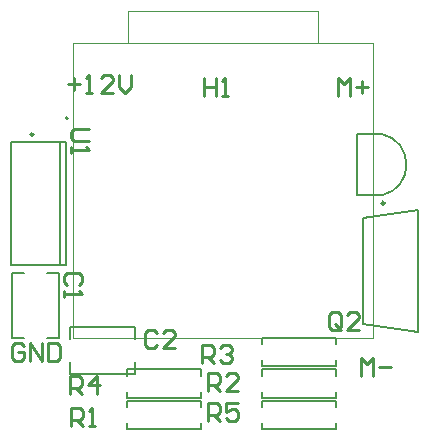
<source format=gto>
G04*
G04 #@! TF.GenerationSoftware,Altium Limited,Altium Designer,25.8.1 (18)*
G04*
G04 Layer_Color=65535*
%FSLAX44Y44*%
%MOMM*%
G71*
G04*
G04 #@! TF.SameCoordinates,591AE639-5F93-457D-9E92-AC6843792E89*
G04*
G04*
G04 #@! TF.FilePolarity,Positive*
G04*
G01*
G75*
%ADD10C,0.2500*%
%ADD11C,0.2000*%
%ADD12C,0.1000*%
%ADD13C,0.2540*%
D10*
X318775Y193390D02*
G03*
X318775Y193390I-1250J0D01*
G01*
X21400Y251640D02*
G03*
X21400Y251640I-1250J0D01*
G01*
D11*
X49610Y264430D02*
G03*
X49610Y266430I0J1000D01*
G01*
D02*
G03*
X49610Y264430I0J-1000D01*
G01*
X316220Y200060D02*
G03*
X316220Y252060I-5618J26000D01*
G01*
X300175Y90890D02*
X347175Y84090D01*
X300175Y180890D02*
X347175Y187690D01*
X300175Y90890D02*
Y180890D01*
X347175Y84090D02*
Y187690D01*
X295270Y252060D02*
X316220D01*
X295270Y200060D02*
X316220D01*
X295270D02*
Y252060D01*
X2750Y245140D02*
X48750D01*
X2750Y141140D02*
X48750D01*
X2750D02*
Y245140D01*
X48750Y141140D02*
Y245140D01*
X43750Y141140D02*
Y245140D01*
X214880Y1970D02*
Y7230D01*
X277880Y20710D02*
Y25970D01*
X214880Y20710D02*
Y25970D01*
X277880Y1970D02*
Y7230D01*
X214880Y1970D02*
X277880D01*
X214880Y25970D02*
X277880D01*
X52510Y88580D02*
X107510D01*
Y48580D02*
Y58830D01*
Y78330D02*
Y88580D01*
X52510Y48580D02*
X107510D01*
X52510D02*
Y58830D01*
Y78330D02*
Y88580D01*
X42860Y79180D02*
Y134180D01*
X2860Y79180D02*
X13110D01*
X32610D02*
X42860D01*
X2860D02*
Y134180D01*
X13110D01*
X32610D02*
X42860D01*
X277880Y74050D02*
Y79310D01*
X214880Y55310D02*
Y60570D01*
X277880Y55310D02*
Y60570D01*
X214880Y74050D02*
Y79310D01*
X277880D01*
X214880Y55310D02*
X277880D01*
X100580Y52640D02*
X163580D01*
X100580Y28640D02*
X163580D01*
Y33900D01*
X100580Y47380D02*
Y52640D01*
X163580Y47380D02*
Y52640D01*
X100580Y28640D02*
Y33900D01*
X214880Y52640D02*
X277880D01*
X214880Y28640D02*
X277880D01*
Y33900D01*
X214880Y47380D02*
Y52640D01*
X277880Y47380D02*
Y52640D01*
X214880Y28640D02*
Y33900D01*
X100580Y1970D02*
X163580D01*
X100580Y25970D02*
X163580D01*
X100580Y20710D02*
Y25970D01*
X163580Y1970D02*
Y7230D01*
X100580Y1970D02*
Y7230D01*
X163580Y20710D02*
Y25970D01*
D12*
X54610Y329430D02*
X308610D01*
Y79430D02*
Y329430D01*
X54610Y79430D02*
X308610D01*
X54610D02*
Y329430D01*
X101110D02*
Y354830D01*
Y356430D01*
X262110D01*
Y329430D02*
Y356430D01*
D13*
X165913Y299207D02*
Y283972D01*
Y291590D01*
X176070D01*
Y299207D01*
Y283972D01*
X181148D02*
X186227D01*
X183688D01*
Y299207D01*
X181148Y296668D01*
X68577Y256537D02*
X55882D01*
X53342Y253997D01*
Y248919D01*
X55882Y246380D01*
X68577D01*
X53342Y241302D02*
Y236223D01*
Y238762D01*
X68577D01*
X66038Y241302D01*
X168914Y8892D02*
Y24128D01*
X176532D01*
X179071Y21588D01*
Y16510D01*
X176532Y13971D01*
X168914D01*
X173993D02*
X179071Y8892D01*
X194306Y24128D02*
X184149D01*
Y16510D01*
X189228Y19049D01*
X191767D01*
X194306Y16510D01*
Y11432D01*
X191767Y8892D01*
X186688D01*
X184149Y11432D01*
X52074Y31753D02*
Y46988D01*
X59692D01*
X62231Y44448D01*
Y39370D01*
X59692Y36831D01*
X52074D01*
X57153D02*
X62231Y31753D01*
X74927D02*
Y46988D01*
X67309Y39370D01*
X77466D01*
X163834Y58422D02*
Y73657D01*
X171452D01*
X173991Y71118D01*
Y66040D01*
X171452Y63501D01*
X163834D01*
X168913D02*
X173991Y58422D01*
X179069Y71118D02*
X181608Y73657D01*
X186687D01*
X189226Y71118D01*
Y68579D01*
X186687Y66040D01*
X184147D01*
X186687D01*
X189226Y63501D01*
Y60962D01*
X186687Y58422D01*
X181608D01*
X179069Y60962D01*
X168914Y34293D02*
Y49528D01*
X176532D01*
X179071Y46988D01*
Y41910D01*
X176532Y39371D01*
X168914D01*
X173993D02*
X179071Y34293D01*
X194306D02*
X184149D01*
X194306Y44449D01*
Y46988D01*
X191767Y49528D01*
X186688D01*
X184149Y46988D01*
X53343Y5082D02*
Y20317D01*
X60961D01*
X63500Y17778D01*
Y12700D01*
X60961Y10161D01*
X53343D01*
X58422D02*
X63500Y5082D01*
X68578D02*
X73657D01*
X71118D01*
Y20317D01*
X68578Y17778D01*
X281766Y88902D02*
Y99058D01*
X279227Y101597D01*
X274148D01*
X271609Y99058D01*
Y88902D01*
X274148Y86362D01*
X279227D01*
X276688Y91441D02*
X281766Y86362D01*
X279227D02*
X281766Y88902D01*
X297001Y86362D02*
X286844D01*
X297001Y96519D01*
Y99058D01*
X294462Y101597D01*
X289383D01*
X286844Y99058D01*
X298454Y46993D02*
Y62228D01*
X303533Y57149D01*
X308611Y62228D01*
Y46993D01*
X313689Y54610D02*
X323846D01*
X279404Y284482D02*
Y299718D01*
X284482Y294639D01*
X289561Y299718D01*
Y284482D01*
X294639Y292100D02*
X304796D01*
X299718Y297178D02*
Y287022D01*
X13459Y72894D02*
X10920Y75433D01*
X5841D01*
X3302Y72894D01*
Y62737D01*
X5841Y60198D01*
X10920D01*
X13459Y62737D01*
Y67815D01*
X8380D01*
X18537Y60198D02*
Y75433D01*
X28694Y60198D01*
Y75433D01*
X33772D02*
Y60198D01*
X41390D01*
X43929Y62737D01*
Y72894D01*
X41390Y75433D01*
X33772D01*
X125731Y83818D02*
X123192Y86357D01*
X118113D01*
X115574Y83818D01*
Y73662D01*
X118113Y71122D01*
X123192D01*
X125731Y73662D01*
X140966Y71122D02*
X130809D01*
X140966Y81279D01*
Y83818D01*
X138427Y86357D01*
X133348D01*
X130809Y83818D01*
X59688Y124460D02*
X62228Y126999D01*
Y132078D01*
X59688Y134617D01*
X49532D01*
X46993Y132078D01*
Y126999D01*
X49532Y124460D01*
X46993Y119382D02*
Y114303D01*
Y116842D01*
X62228D01*
X59688Y119382D01*
X50809Y294640D02*
X60965D01*
X55887Y299718D02*
Y289562D01*
X66044Y287022D02*
X71122D01*
X68583D01*
Y302257D01*
X66044Y299718D01*
X88896Y287022D02*
X78740D01*
X88896Y297179D01*
Y299718D01*
X86357Y302257D01*
X81279D01*
X78740Y299718D01*
X93975Y302257D02*
Y292101D01*
X99053Y287022D01*
X104131Y292101D01*
Y302257D01*
M02*

</source>
